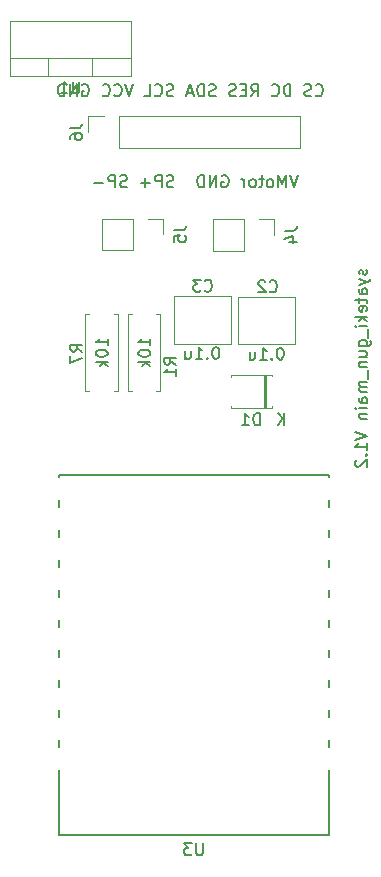
<source format=gbo>
G04 #@! TF.GenerationSoftware,KiCad,Pcbnew,(5.0.0)*
G04 #@! TF.CreationDate,2019-09-04T21:02:57+09:00*
G04 #@! TF.ProjectId,syateki_gun_main,73796174656B695F67756E5F6D61696E,rev?*
G04 #@! TF.SameCoordinates,Original*
G04 #@! TF.FileFunction,Legend,Bot*
G04 #@! TF.FilePolarity,Positive*
%FSLAX46Y46*%
G04 Gerber Fmt 4.6, Leading zero omitted, Abs format (unit mm)*
G04 Created by KiCad (PCBNEW (5.0.0)) date 09/04/19 21:02:57*
%MOMM*%
%LPD*%
G01*
G04 APERTURE LIST*
%ADD10C,0.150000*%
%ADD11C,0.120000*%
%ADD12C,1.924000*%
%ADD13C,3.600000*%
%ADD14C,2.000000*%
%ADD15O,2.000000X2.000000*%
%ADD16R,2.000000X2.000000*%
%ADD17C,1.800000*%
%ADD18R,2.400000X2.400000*%
%ADD19O,2.400000X2.400000*%
%ADD20R,3.400000X3.400000*%
%ADD21C,3.400000*%
%ADD22R,2.100000X2.100000*%
%ADD23O,2.100000X2.100000*%
%ADD24R,2.305000X2.400000*%
%ADD25O,2.305000X2.400000*%
%ADD26R,1.924000X1.924000*%
G04 APERTURE END LIST*
D10*
X58504761Y-86816666D02*
X58552380Y-86911904D01*
X58552380Y-87102380D01*
X58504761Y-87197619D01*
X58409523Y-87245238D01*
X58361904Y-87245238D01*
X58266666Y-87197619D01*
X58219047Y-87102380D01*
X58219047Y-86959523D01*
X58171428Y-86864285D01*
X58076190Y-86816666D01*
X58028571Y-86816666D01*
X57933333Y-86864285D01*
X57885714Y-86959523D01*
X57885714Y-87102380D01*
X57933333Y-87197619D01*
X57885714Y-87578571D02*
X58552380Y-87816666D01*
X57885714Y-88054761D02*
X58552380Y-87816666D01*
X58790476Y-87721428D01*
X58838095Y-87673809D01*
X58885714Y-87578571D01*
X58552380Y-88864285D02*
X58028571Y-88864285D01*
X57933333Y-88816666D01*
X57885714Y-88721428D01*
X57885714Y-88530952D01*
X57933333Y-88435714D01*
X58504761Y-88864285D02*
X58552380Y-88769047D01*
X58552380Y-88530952D01*
X58504761Y-88435714D01*
X58409523Y-88388095D01*
X58314285Y-88388095D01*
X58219047Y-88435714D01*
X58171428Y-88530952D01*
X58171428Y-88769047D01*
X58123809Y-88864285D01*
X57885714Y-89197619D02*
X57885714Y-89578571D01*
X57552380Y-89340476D02*
X58409523Y-89340476D01*
X58504761Y-89388095D01*
X58552380Y-89483333D01*
X58552380Y-89578571D01*
X58504761Y-90292857D02*
X58552380Y-90197619D01*
X58552380Y-90007142D01*
X58504761Y-89911904D01*
X58409523Y-89864285D01*
X58028571Y-89864285D01*
X57933333Y-89911904D01*
X57885714Y-90007142D01*
X57885714Y-90197619D01*
X57933333Y-90292857D01*
X58028571Y-90340476D01*
X58123809Y-90340476D01*
X58219047Y-89864285D01*
X58552380Y-90769047D02*
X57552380Y-90769047D01*
X58171428Y-90864285D02*
X58552380Y-91150000D01*
X57885714Y-91150000D02*
X58266666Y-90769047D01*
X58552380Y-91578571D02*
X57885714Y-91578571D01*
X57552380Y-91578571D02*
X57600000Y-91530952D01*
X57647619Y-91578571D01*
X57600000Y-91626190D01*
X57552380Y-91578571D01*
X57647619Y-91578571D01*
X58647619Y-91816666D02*
X58647619Y-92578571D01*
X57885714Y-93245238D02*
X58695238Y-93245238D01*
X58790476Y-93197619D01*
X58838095Y-93150000D01*
X58885714Y-93054761D01*
X58885714Y-92911904D01*
X58838095Y-92816666D01*
X58504761Y-93245238D02*
X58552380Y-93150000D01*
X58552380Y-92959523D01*
X58504761Y-92864285D01*
X58457142Y-92816666D01*
X58361904Y-92769047D01*
X58076190Y-92769047D01*
X57980952Y-92816666D01*
X57933333Y-92864285D01*
X57885714Y-92959523D01*
X57885714Y-93150000D01*
X57933333Y-93245238D01*
X57885714Y-94150000D02*
X58552380Y-94150000D01*
X57885714Y-93721428D02*
X58409523Y-93721428D01*
X58504761Y-93769047D01*
X58552380Y-93864285D01*
X58552380Y-94007142D01*
X58504761Y-94102380D01*
X58457142Y-94150000D01*
X57885714Y-94626190D02*
X58552380Y-94626190D01*
X57980952Y-94626190D02*
X57933333Y-94673809D01*
X57885714Y-94769047D01*
X57885714Y-94911904D01*
X57933333Y-95007142D01*
X58028571Y-95054761D01*
X58552380Y-95054761D01*
X58647619Y-95292857D02*
X58647619Y-96054761D01*
X58552380Y-96292857D02*
X57885714Y-96292857D01*
X57980952Y-96292857D02*
X57933333Y-96340476D01*
X57885714Y-96435714D01*
X57885714Y-96578571D01*
X57933333Y-96673809D01*
X58028571Y-96721428D01*
X58552380Y-96721428D01*
X58028571Y-96721428D02*
X57933333Y-96769047D01*
X57885714Y-96864285D01*
X57885714Y-97007142D01*
X57933333Y-97102380D01*
X58028571Y-97150000D01*
X58552380Y-97150000D01*
X58552380Y-98054761D02*
X58028571Y-98054761D01*
X57933333Y-98007142D01*
X57885714Y-97911904D01*
X57885714Y-97721428D01*
X57933333Y-97626190D01*
X58504761Y-98054761D02*
X58552380Y-97959523D01*
X58552380Y-97721428D01*
X58504761Y-97626190D01*
X58409523Y-97578571D01*
X58314285Y-97578571D01*
X58219047Y-97626190D01*
X58171428Y-97721428D01*
X58171428Y-97959523D01*
X58123809Y-98054761D01*
X58552380Y-98530952D02*
X57885714Y-98530952D01*
X57552380Y-98530952D02*
X57600000Y-98483333D01*
X57647619Y-98530952D01*
X57600000Y-98578571D01*
X57552380Y-98530952D01*
X57647619Y-98530952D01*
X57885714Y-99007142D02*
X58552380Y-99007142D01*
X57980952Y-99007142D02*
X57933333Y-99054761D01*
X57885714Y-99150000D01*
X57885714Y-99292857D01*
X57933333Y-99388095D01*
X58028571Y-99435714D01*
X58552380Y-99435714D01*
X57552380Y-100530952D02*
X58552380Y-100864285D01*
X57552380Y-101197619D01*
X58552380Y-102054761D02*
X58552380Y-101483333D01*
X58552380Y-101769047D02*
X57552380Y-101769047D01*
X57695238Y-101673809D01*
X57790476Y-101578571D01*
X57838095Y-101483333D01*
X58457142Y-102483333D02*
X58504761Y-102530952D01*
X58552380Y-102483333D01*
X58504761Y-102435714D01*
X58457142Y-102483333D01*
X58552380Y-102483333D01*
X57647619Y-102911904D02*
X57600000Y-102959523D01*
X57552380Y-103054761D01*
X57552380Y-103292857D01*
X57600000Y-103388095D01*
X57647619Y-103435714D01*
X57742857Y-103483333D01*
X57838095Y-103483333D01*
X57980952Y-103435714D01*
X58552380Y-102864285D01*
X58552380Y-103483333D01*
X42180952Y-79754761D02*
X42038095Y-79802380D01*
X41800000Y-79802380D01*
X41704761Y-79754761D01*
X41657142Y-79707142D01*
X41609523Y-79611904D01*
X41609523Y-79516666D01*
X41657142Y-79421428D01*
X41704761Y-79373809D01*
X41800000Y-79326190D01*
X41990476Y-79278571D01*
X42085714Y-79230952D01*
X42133333Y-79183333D01*
X42180952Y-79088095D01*
X42180952Y-78992857D01*
X42133333Y-78897619D01*
X42085714Y-78850000D01*
X41990476Y-78802380D01*
X41752380Y-78802380D01*
X41609523Y-78850000D01*
X41180952Y-79802380D02*
X41180952Y-78802380D01*
X40800000Y-78802380D01*
X40704761Y-78850000D01*
X40657142Y-78897619D01*
X40609523Y-78992857D01*
X40609523Y-79135714D01*
X40657142Y-79230952D01*
X40704761Y-79278571D01*
X40800000Y-79326190D01*
X41180952Y-79326190D01*
X40180952Y-79421428D02*
X39419047Y-79421428D01*
X39800000Y-79802380D02*
X39800000Y-79040476D01*
X38228571Y-79754761D02*
X38085714Y-79802380D01*
X37847619Y-79802380D01*
X37752380Y-79754761D01*
X37704761Y-79707142D01*
X37657142Y-79611904D01*
X37657142Y-79516666D01*
X37704761Y-79421428D01*
X37752380Y-79373809D01*
X37847619Y-79326190D01*
X38038095Y-79278571D01*
X38133333Y-79230952D01*
X38180952Y-79183333D01*
X38228571Y-79088095D01*
X38228571Y-78992857D01*
X38180952Y-78897619D01*
X38133333Y-78850000D01*
X38038095Y-78802380D01*
X37800000Y-78802380D01*
X37657142Y-78850000D01*
X37228571Y-79802380D02*
X37228571Y-78802380D01*
X36847619Y-78802380D01*
X36752380Y-78850000D01*
X36704761Y-78897619D01*
X36657142Y-78992857D01*
X36657142Y-79135714D01*
X36704761Y-79230952D01*
X36752380Y-79278571D01*
X36847619Y-79326190D01*
X37228571Y-79326190D01*
X36228571Y-79421428D02*
X35466666Y-79421428D01*
X52709523Y-78802380D02*
X52376190Y-79802380D01*
X52042857Y-78802380D01*
X51709523Y-79802380D02*
X51709523Y-78802380D01*
X51376190Y-79516666D01*
X51042857Y-78802380D01*
X51042857Y-79802380D01*
X50423809Y-79802380D02*
X50519047Y-79754761D01*
X50566666Y-79707142D01*
X50614285Y-79611904D01*
X50614285Y-79326190D01*
X50566666Y-79230952D01*
X50519047Y-79183333D01*
X50423809Y-79135714D01*
X50280952Y-79135714D01*
X50185714Y-79183333D01*
X50138095Y-79230952D01*
X50090476Y-79326190D01*
X50090476Y-79611904D01*
X50138095Y-79707142D01*
X50185714Y-79754761D01*
X50280952Y-79802380D01*
X50423809Y-79802380D01*
X49804761Y-79135714D02*
X49423809Y-79135714D01*
X49661904Y-78802380D02*
X49661904Y-79659523D01*
X49614285Y-79754761D01*
X49519047Y-79802380D01*
X49423809Y-79802380D01*
X48947619Y-79802380D02*
X49042857Y-79754761D01*
X49090476Y-79707142D01*
X49138095Y-79611904D01*
X49138095Y-79326190D01*
X49090476Y-79230952D01*
X49042857Y-79183333D01*
X48947619Y-79135714D01*
X48804761Y-79135714D01*
X48709523Y-79183333D01*
X48661904Y-79230952D01*
X48614285Y-79326190D01*
X48614285Y-79611904D01*
X48661904Y-79707142D01*
X48709523Y-79754761D01*
X48804761Y-79802380D01*
X48947619Y-79802380D01*
X48185714Y-79802380D02*
X48185714Y-79135714D01*
X48185714Y-79326190D02*
X48138095Y-79230952D01*
X48090476Y-79183333D01*
X47995238Y-79135714D01*
X47900000Y-79135714D01*
X46280952Y-78850000D02*
X46376190Y-78802380D01*
X46519047Y-78802380D01*
X46661904Y-78850000D01*
X46757142Y-78945238D01*
X46804761Y-79040476D01*
X46852380Y-79230952D01*
X46852380Y-79373809D01*
X46804761Y-79564285D01*
X46757142Y-79659523D01*
X46661904Y-79754761D01*
X46519047Y-79802380D01*
X46423809Y-79802380D01*
X46280952Y-79754761D01*
X46233333Y-79707142D01*
X46233333Y-79373809D01*
X46423809Y-79373809D01*
X45804761Y-79802380D02*
X45804761Y-78802380D01*
X45233333Y-79802380D01*
X45233333Y-78802380D01*
X44757142Y-79802380D02*
X44757142Y-78802380D01*
X44519047Y-78802380D01*
X44376190Y-78850000D01*
X44280952Y-78945238D01*
X44233333Y-79040476D01*
X44185714Y-79230952D01*
X44185714Y-79373809D01*
X44233333Y-79564285D01*
X44280952Y-79659523D01*
X44376190Y-79754761D01*
X44519047Y-79802380D01*
X44757142Y-79802380D01*
X54219047Y-72007142D02*
X54266666Y-72054761D01*
X54409523Y-72102380D01*
X54504761Y-72102380D01*
X54647619Y-72054761D01*
X54742857Y-71959523D01*
X54790476Y-71864285D01*
X54838095Y-71673809D01*
X54838095Y-71530952D01*
X54790476Y-71340476D01*
X54742857Y-71245238D01*
X54647619Y-71150000D01*
X54504761Y-71102380D01*
X54409523Y-71102380D01*
X54266666Y-71150000D01*
X54219047Y-71197619D01*
X53838095Y-72054761D02*
X53695238Y-72102380D01*
X53457142Y-72102380D01*
X53361904Y-72054761D01*
X53314285Y-72007142D01*
X53266666Y-71911904D01*
X53266666Y-71816666D01*
X53314285Y-71721428D01*
X53361904Y-71673809D01*
X53457142Y-71626190D01*
X53647619Y-71578571D01*
X53742857Y-71530952D01*
X53790476Y-71483333D01*
X53838095Y-71388095D01*
X53838095Y-71292857D01*
X53790476Y-71197619D01*
X53742857Y-71150000D01*
X53647619Y-71102380D01*
X53409523Y-71102380D01*
X53266666Y-71150000D01*
X52076190Y-72102380D02*
X52076190Y-71102380D01*
X51838095Y-71102380D01*
X51695238Y-71150000D01*
X51600000Y-71245238D01*
X51552380Y-71340476D01*
X51504761Y-71530952D01*
X51504761Y-71673809D01*
X51552380Y-71864285D01*
X51600000Y-71959523D01*
X51695238Y-72054761D01*
X51838095Y-72102380D01*
X52076190Y-72102380D01*
X50504761Y-72007142D02*
X50552380Y-72054761D01*
X50695238Y-72102380D01*
X50790476Y-72102380D01*
X50933333Y-72054761D01*
X51028571Y-71959523D01*
X51076190Y-71864285D01*
X51123809Y-71673809D01*
X51123809Y-71530952D01*
X51076190Y-71340476D01*
X51028571Y-71245238D01*
X50933333Y-71150000D01*
X50790476Y-71102380D01*
X50695238Y-71102380D01*
X50552380Y-71150000D01*
X50504761Y-71197619D01*
X48742857Y-72102380D02*
X49076190Y-71626190D01*
X49314285Y-72102380D02*
X49314285Y-71102380D01*
X48933333Y-71102380D01*
X48838095Y-71150000D01*
X48790476Y-71197619D01*
X48742857Y-71292857D01*
X48742857Y-71435714D01*
X48790476Y-71530952D01*
X48838095Y-71578571D01*
X48933333Y-71626190D01*
X49314285Y-71626190D01*
X48314285Y-71578571D02*
X47980952Y-71578571D01*
X47838095Y-72102380D02*
X48314285Y-72102380D01*
X48314285Y-71102380D01*
X47838095Y-71102380D01*
X47457142Y-72054761D02*
X47314285Y-72102380D01*
X47076190Y-72102380D01*
X46980952Y-72054761D01*
X46933333Y-72007142D01*
X46885714Y-71911904D01*
X46885714Y-71816666D01*
X46933333Y-71721428D01*
X46980952Y-71673809D01*
X47076190Y-71626190D01*
X47266666Y-71578571D01*
X47361904Y-71530952D01*
X47409523Y-71483333D01*
X47457142Y-71388095D01*
X47457142Y-71292857D01*
X47409523Y-71197619D01*
X47361904Y-71150000D01*
X47266666Y-71102380D01*
X47028571Y-71102380D01*
X46885714Y-71150000D01*
X45742857Y-72054761D02*
X45600000Y-72102380D01*
X45361904Y-72102380D01*
X45266666Y-72054761D01*
X45219047Y-72007142D01*
X45171428Y-71911904D01*
X45171428Y-71816666D01*
X45219047Y-71721428D01*
X45266666Y-71673809D01*
X45361904Y-71626190D01*
X45552380Y-71578571D01*
X45647619Y-71530952D01*
X45695238Y-71483333D01*
X45742857Y-71388095D01*
X45742857Y-71292857D01*
X45695238Y-71197619D01*
X45647619Y-71150000D01*
X45552380Y-71102380D01*
X45314285Y-71102380D01*
X45171428Y-71150000D01*
X44742857Y-72102380D02*
X44742857Y-71102380D01*
X44504761Y-71102380D01*
X44361904Y-71150000D01*
X44266666Y-71245238D01*
X44219047Y-71340476D01*
X44171428Y-71530952D01*
X44171428Y-71673809D01*
X44219047Y-71864285D01*
X44266666Y-71959523D01*
X44361904Y-72054761D01*
X44504761Y-72102380D01*
X44742857Y-72102380D01*
X43790476Y-71816666D02*
X43314285Y-71816666D01*
X43885714Y-72102380D02*
X43552380Y-71102380D01*
X43219047Y-72102380D01*
X42171428Y-72054761D02*
X42028571Y-72102380D01*
X41790476Y-72102380D01*
X41695238Y-72054761D01*
X41647619Y-72007142D01*
X41600000Y-71911904D01*
X41600000Y-71816666D01*
X41647619Y-71721428D01*
X41695238Y-71673809D01*
X41790476Y-71626190D01*
X41980952Y-71578571D01*
X42076190Y-71530952D01*
X42123809Y-71483333D01*
X42171428Y-71388095D01*
X42171428Y-71292857D01*
X42123809Y-71197619D01*
X42076190Y-71150000D01*
X41980952Y-71102380D01*
X41742857Y-71102380D01*
X41600000Y-71150000D01*
X40600000Y-72007142D02*
X40647619Y-72054761D01*
X40790476Y-72102380D01*
X40885714Y-72102380D01*
X41028571Y-72054761D01*
X41123809Y-71959523D01*
X41171428Y-71864285D01*
X41219047Y-71673809D01*
X41219047Y-71530952D01*
X41171428Y-71340476D01*
X41123809Y-71245238D01*
X41028571Y-71150000D01*
X40885714Y-71102380D01*
X40790476Y-71102380D01*
X40647619Y-71150000D01*
X40600000Y-71197619D01*
X39695238Y-72102380D02*
X40171428Y-72102380D01*
X40171428Y-71102380D01*
X38742857Y-71102380D02*
X38409523Y-72102380D01*
X38076190Y-71102380D01*
X37171428Y-72007142D02*
X37219047Y-72054761D01*
X37361904Y-72102380D01*
X37457142Y-72102380D01*
X37600000Y-72054761D01*
X37695238Y-71959523D01*
X37742857Y-71864285D01*
X37790476Y-71673809D01*
X37790476Y-71530952D01*
X37742857Y-71340476D01*
X37695238Y-71245238D01*
X37600000Y-71150000D01*
X37457142Y-71102380D01*
X37361904Y-71102380D01*
X37219047Y-71150000D01*
X37171428Y-71197619D01*
X36171428Y-72007142D02*
X36219047Y-72054761D01*
X36361904Y-72102380D01*
X36457142Y-72102380D01*
X36600000Y-72054761D01*
X36695238Y-71959523D01*
X36742857Y-71864285D01*
X36790476Y-71673809D01*
X36790476Y-71530952D01*
X36742857Y-71340476D01*
X36695238Y-71245238D01*
X36600000Y-71150000D01*
X36457142Y-71102380D01*
X36361904Y-71102380D01*
X36219047Y-71150000D01*
X36171428Y-71197619D01*
X34457142Y-71150000D02*
X34552380Y-71102380D01*
X34695238Y-71102380D01*
X34838095Y-71150000D01*
X34933333Y-71245238D01*
X34980952Y-71340476D01*
X35028571Y-71530952D01*
X35028571Y-71673809D01*
X34980952Y-71864285D01*
X34933333Y-71959523D01*
X34838095Y-72054761D01*
X34695238Y-72102380D01*
X34600000Y-72102380D01*
X34457142Y-72054761D01*
X34409523Y-72007142D01*
X34409523Y-71673809D01*
X34600000Y-71673809D01*
X33980952Y-72102380D02*
X33980952Y-71102380D01*
X33409523Y-72102380D01*
X33409523Y-71102380D01*
X32933333Y-72102380D02*
X32933333Y-71102380D01*
X32695238Y-71102380D01*
X32552380Y-71150000D01*
X32457142Y-71245238D01*
X32409523Y-71340476D01*
X32361904Y-71530952D01*
X32361904Y-71673809D01*
X32409523Y-71864285D01*
X32457142Y-71959523D01*
X32552380Y-72054761D01*
X32695238Y-72102380D01*
X32933333Y-72102380D01*
G04 #@! TO.C,U3*
X55330000Y-104170000D02*
X32470000Y-104170000D01*
X55330000Y-134650000D02*
X55330000Y-104170000D01*
X32470000Y-134650000D02*
X55330000Y-134650000D01*
X32470000Y-104170000D02*
X32470000Y-134650000D01*
D11*
G04 #@! TO.C,R1*
X38660000Y-90540000D02*
X38330000Y-90540000D01*
X38330000Y-90540000D02*
X38330000Y-97080000D01*
X38330000Y-97080000D02*
X38660000Y-97080000D01*
X40740000Y-90540000D02*
X41070000Y-90540000D01*
X41070000Y-90540000D02*
X41070000Y-97080000D01*
X41070000Y-97080000D02*
X40740000Y-97080000D01*
G04 #@! TO.C,C2*
X47630000Y-89080000D02*
X47630000Y-93120000D01*
X52470000Y-89080000D02*
X52470000Y-93120000D01*
X52470000Y-93120000D02*
X47630000Y-93120000D01*
X52470000Y-89080000D02*
X47630000Y-89080000D01*
G04 #@! TO.C,C3*
X47070000Y-89030000D02*
X42230000Y-89030000D01*
X47070000Y-93070000D02*
X42230000Y-93070000D01*
X47070000Y-89030000D02*
X47070000Y-93070000D01*
X42230000Y-89030000D02*
X42230000Y-93070000D01*
G04 #@! TO.C,D1*
X50530000Y-95860000D02*
X50530000Y-95680000D01*
X50530000Y-95680000D02*
X47090000Y-95680000D01*
X47090000Y-95680000D02*
X47090000Y-95860000D01*
X50530000Y-98340000D02*
X50530000Y-98520000D01*
X50530000Y-98520000D02*
X47090000Y-98520000D01*
X47090000Y-98520000D02*
X47090000Y-98340000D01*
X49930000Y-95680000D02*
X49930000Y-98520000D01*
X49810000Y-95680000D02*
X49810000Y-98520000D01*
X50050000Y-95680000D02*
X50050000Y-98520000D01*
G04 #@! TO.C,J4*
X48130000Y-85180000D02*
X48130000Y-82520000D01*
X48130000Y-85180000D02*
X45530000Y-85180000D01*
X45530000Y-85180000D02*
X45530000Y-82520000D01*
X48130000Y-82520000D02*
X45530000Y-82520000D01*
X50730000Y-82520000D02*
X49400000Y-82520000D01*
X50730000Y-83850000D02*
X50730000Y-82520000D01*
G04 #@! TO.C,U1*
X28320000Y-70420000D02*
X38560000Y-70420000D01*
X28320000Y-65779000D02*
X38560000Y-65779000D01*
X28320000Y-70420000D02*
X28320000Y-65779000D01*
X38560000Y-70420000D02*
X38560000Y-65779000D01*
X28320000Y-68910000D02*
X38560000Y-68910000D01*
X31590000Y-70420000D02*
X31590000Y-68910000D01*
X35291000Y-70420000D02*
X35291000Y-68910000D01*
G04 #@! TO.C,J5*
X38730000Y-85130000D02*
X38730000Y-82470000D01*
X38730000Y-85130000D02*
X36130000Y-85130000D01*
X36130000Y-85130000D02*
X36130000Y-82470000D01*
X38730000Y-82470000D02*
X36130000Y-82470000D01*
X41330000Y-82470000D02*
X40000000Y-82470000D01*
X41330000Y-83800000D02*
X41330000Y-82470000D01*
G04 #@! TO.C,R7*
X37470000Y-97080000D02*
X37140000Y-97080000D01*
X37470000Y-90540000D02*
X37470000Y-97080000D01*
X37140000Y-90540000D02*
X37470000Y-90540000D01*
X34730000Y-97080000D02*
X35060000Y-97080000D01*
X34730000Y-90540000D02*
X34730000Y-97080000D01*
X35060000Y-90540000D02*
X34730000Y-90540000D01*
G04 #@! TO.C,J6*
X52870000Y-73820000D02*
X52870000Y-76480000D01*
X37570000Y-73820000D02*
X52870000Y-73820000D01*
X37570000Y-76480000D02*
X52870000Y-76480000D01*
X37570000Y-73820000D02*
X37570000Y-76480000D01*
X36300000Y-73820000D02*
X34970000Y-73820000D01*
X34970000Y-73820000D02*
X34970000Y-75150000D01*
G04 #@! TO.C,U3*
D10*
X44661904Y-135372380D02*
X44661904Y-136181904D01*
X44614285Y-136277142D01*
X44566666Y-136324761D01*
X44471428Y-136372380D01*
X44280952Y-136372380D01*
X44185714Y-136324761D01*
X44138095Y-136277142D01*
X44090476Y-136181904D01*
X44090476Y-135372380D01*
X43709523Y-135372380D02*
X43090476Y-135372380D01*
X43423809Y-135753333D01*
X43280952Y-135753333D01*
X43185714Y-135800952D01*
X43138095Y-135848571D01*
X43090476Y-135943809D01*
X43090476Y-136181904D01*
X43138095Y-136277142D01*
X43185714Y-136324761D01*
X43280952Y-136372380D01*
X43566666Y-136372380D01*
X43661904Y-136324761D01*
X43709523Y-136277142D01*
G04 #@! TO.C,R1*
X42402380Y-94833333D02*
X41926190Y-94500000D01*
X42402380Y-94261904D02*
X41402380Y-94261904D01*
X41402380Y-94642857D01*
X41450000Y-94738095D01*
X41497619Y-94785714D01*
X41592857Y-94833333D01*
X41735714Y-94833333D01*
X41830952Y-94785714D01*
X41878571Y-94738095D01*
X41926190Y-94642857D01*
X41926190Y-94261904D01*
X42402380Y-95785714D02*
X42402380Y-95214285D01*
X42402380Y-95500000D02*
X41402380Y-95500000D01*
X41545238Y-95404761D01*
X41640476Y-95309523D01*
X41688095Y-95214285D01*
X40202380Y-93204761D02*
X40202380Y-92633333D01*
X40202380Y-92919047D02*
X39202380Y-92919047D01*
X39345238Y-92823809D01*
X39440476Y-92728571D01*
X39488095Y-92633333D01*
X39202380Y-93823809D02*
X39202380Y-93919047D01*
X39250000Y-94014285D01*
X39297619Y-94061904D01*
X39392857Y-94109523D01*
X39583333Y-94157142D01*
X39821428Y-94157142D01*
X40011904Y-94109523D01*
X40107142Y-94061904D01*
X40154761Y-94014285D01*
X40202380Y-93919047D01*
X40202380Y-93823809D01*
X40154761Y-93728571D01*
X40107142Y-93680952D01*
X40011904Y-93633333D01*
X39821428Y-93585714D01*
X39583333Y-93585714D01*
X39392857Y-93633333D01*
X39297619Y-93680952D01*
X39250000Y-93728571D01*
X39202380Y-93823809D01*
X40202380Y-94585714D02*
X39202380Y-94585714D01*
X39821428Y-94680952D02*
X40202380Y-94966666D01*
X39535714Y-94966666D02*
X39916666Y-94585714D01*
G04 #@! TO.C,C2*
X50316666Y-88607142D02*
X50364285Y-88654761D01*
X50507142Y-88702380D01*
X50602380Y-88702380D01*
X50745238Y-88654761D01*
X50840476Y-88559523D01*
X50888095Y-88464285D01*
X50935714Y-88273809D01*
X50935714Y-88130952D01*
X50888095Y-87940476D01*
X50840476Y-87845238D01*
X50745238Y-87750000D01*
X50602380Y-87702380D01*
X50507142Y-87702380D01*
X50364285Y-87750000D01*
X50316666Y-87797619D01*
X49935714Y-87797619D02*
X49888095Y-87750000D01*
X49792857Y-87702380D01*
X49554761Y-87702380D01*
X49459523Y-87750000D01*
X49411904Y-87797619D01*
X49364285Y-87892857D01*
X49364285Y-87988095D01*
X49411904Y-88130952D01*
X49983333Y-88702380D01*
X49364285Y-88702380D01*
X51264285Y-93402380D02*
X51169047Y-93402380D01*
X51073809Y-93450000D01*
X51026190Y-93497619D01*
X50978571Y-93592857D01*
X50930952Y-93783333D01*
X50930952Y-94021428D01*
X50978571Y-94211904D01*
X51026190Y-94307142D01*
X51073809Y-94354761D01*
X51169047Y-94402380D01*
X51264285Y-94402380D01*
X51359523Y-94354761D01*
X51407142Y-94307142D01*
X51454761Y-94211904D01*
X51502380Y-94021428D01*
X51502380Y-93783333D01*
X51454761Y-93592857D01*
X51407142Y-93497619D01*
X51359523Y-93450000D01*
X51264285Y-93402380D01*
X50502380Y-94307142D02*
X50454761Y-94354761D01*
X50502380Y-94402380D01*
X50550000Y-94354761D01*
X50502380Y-94307142D01*
X50502380Y-94402380D01*
X49502380Y-94402380D02*
X50073809Y-94402380D01*
X49788095Y-94402380D02*
X49788095Y-93402380D01*
X49883333Y-93545238D01*
X49978571Y-93640476D01*
X50073809Y-93688095D01*
X48645238Y-93735714D02*
X48645238Y-94402380D01*
X49073809Y-93735714D02*
X49073809Y-94259523D01*
X49026190Y-94354761D01*
X48930952Y-94402380D01*
X48788095Y-94402380D01*
X48692857Y-94354761D01*
X48645238Y-94307142D01*
G04 #@! TO.C,C3*
X44816666Y-88557142D02*
X44864285Y-88604761D01*
X45007142Y-88652380D01*
X45102380Y-88652380D01*
X45245238Y-88604761D01*
X45340476Y-88509523D01*
X45388095Y-88414285D01*
X45435714Y-88223809D01*
X45435714Y-88080952D01*
X45388095Y-87890476D01*
X45340476Y-87795238D01*
X45245238Y-87700000D01*
X45102380Y-87652380D01*
X45007142Y-87652380D01*
X44864285Y-87700000D01*
X44816666Y-87747619D01*
X44483333Y-87652380D02*
X43864285Y-87652380D01*
X44197619Y-88033333D01*
X44054761Y-88033333D01*
X43959523Y-88080952D01*
X43911904Y-88128571D01*
X43864285Y-88223809D01*
X43864285Y-88461904D01*
X43911904Y-88557142D01*
X43959523Y-88604761D01*
X44054761Y-88652380D01*
X44340476Y-88652380D01*
X44435714Y-88604761D01*
X44483333Y-88557142D01*
X45814285Y-93352380D02*
X45719047Y-93352380D01*
X45623809Y-93400000D01*
X45576190Y-93447619D01*
X45528571Y-93542857D01*
X45480952Y-93733333D01*
X45480952Y-93971428D01*
X45528571Y-94161904D01*
X45576190Y-94257142D01*
X45623809Y-94304761D01*
X45719047Y-94352380D01*
X45814285Y-94352380D01*
X45909523Y-94304761D01*
X45957142Y-94257142D01*
X46004761Y-94161904D01*
X46052380Y-93971428D01*
X46052380Y-93733333D01*
X46004761Y-93542857D01*
X45957142Y-93447619D01*
X45909523Y-93400000D01*
X45814285Y-93352380D01*
X45052380Y-94257142D02*
X45004761Y-94304761D01*
X45052380Y-94352380D01*
X45100000Y-94304761D01*
X45052380Y-94257142D01*
X45052380Y-94352380D01*
X44052380Y-94352380D02*
X44623809Y-94352380D01*
X44338095Y-94352380D02*
X44338095Y-93352380D01*
X44433333Y-93495238D01*
X44528571Y-93590476D01*
X44623809Y-93638095D01*
X43195238Y-93685714D02*
X43195238Y-94352380D01*
X43623809Y-93685714D02*
X43623809Y-94209523D01*
X43576190Y-94304761D01*
X43480952Y-94352380D01*
X43338095Y-94352380D01*
X43242857Y-94304761D01*
X43195238Y-94257142D01*
G04 #@! TO.C,D1*
X49488095Y-99952380D02*
X49488095Y-98952380D01*
X49250000Y-98952380D01*
X49107142Y-99000000D01*
X49011904Y-99095238D01*
X48964285Y-99190476D01*
X48916666Y-99380952D01*
X48916666Y-99523809D01*
X48964285Y-99714285D01*
X49011904Y-99809523D01*
X49107142Y-99904761D01*
X49250000Y-99952380D01*
X49488095Y-99952380D01*
X47964285Y-99952380D02*
X48535714Y-99952380D01*
X48250000Y-99952380D02*
X48250000Y-98952380D01*
X48345238Y-99095238D01*
X48440476Y-99190476D01*
X48535714Y-99238095D01*
X51561904Y-99952380D02*
X51561904Y-98952380D01*
X50990476Y-99952380D02*
X51419047Y-99380952D01*
X50990476Y-98952380D02*
X51561904Y-99523809D01*
G04 #@! TO.C,J4*
X51622380Y-83516666D02*
X52336666Y-83516666D01*
X52479523Y-83469047D01*
X52574761Y-83373809D01*
X52622380Y-83230952D01*
X52622380Y-83135714D01*
X51955714Y-84421428D02*
X52622380Y-84421428D01*
X51574761Y-84183333D02*
X52289047Y-83945238D01*
X52289047Y-84564285D01*
G04 #@! TO.C,U1*
X34201904Y-70872380D02*
X34201904Y-71681904D01*
X34154285Y-71777142D01*
X34106666Y-71824761D01*
X34011428Y-71872380D01*
X33820952Y-71872380D01*
X33725714Y-71824761D01*
X33678095Y-71777142D01*
X33630476Y-71681904D01*
X33630476Y-70872380D01*
X32630476Y-71872380D02*
X33201904Y-71872380D01*
X32916190Y-71872380D02*
X32916190Y-70872380D01*
X33011428Y-71015238D01*
X33106666Y-71110476D01*
X33201904Y-71158095D01*
G04 #@! TO.C,J5*
X42222380Y-83466666D02*
X42936666Y-83466666D01*
X43079523Y-83419047D01*
X43174761Y-83323809D01*
X43222380Y-83180952D01*
X43222380Y-83085714D01*
X42222380Y-84419047D02*
X42222380Y-83942857D01*
X42698571Y-83895238D01*
X42650952Y-83942857D01*
X42603333Y-84038095D01*
X42603333Y-84276190D01*
X42650952Y-84371428D01*
X42698571Y-84419047D01*
X42793809Y-84466666D01*
X43031904Y-84466666D01*
X43127142Y-84419047D01*
X43174761Y-84371428D01*
X43222380Y-84276190D01*
X43222380Y-84038095D01*
X43174761Y-83942857D01*
X43127142Y-83895238D01*
G04 #@! TO.C,R7*
X34452380Y-93733333D02*
X33976190Y-93400000D01*
X34452380Y-93161904D02*
X33452380Y-93161904D01*
X33452380Y-93542857D01*
X33500000Y-93638095D01*
X33547619Y-93685714D01*
X33642857Y-93733333D01*
X33785714Y-93733333D01*
X33880952Y-93685714D01*
X33928571Y-93638095D01*
X33976190Y-93542857D01*
X33976190Y-93161904D01*
X33452380Y-94066666D02*
X33452380Y-94733333D01*
X34452380Y-94304761D01*
X36602380Y-93204761D02*
X36602380Y-92633333D01*
X36602380Y-92919047D02*
X35602380Y-92919047D01*
X35745238Y-92823809D01*
X35840476Y-92728571D01*
X35888095Y-92633333D01*
X35602380Y-93823809D02*
X35602380Y-93919047D01*
X35650000Y-94014285D01*
X35697619Y-94061904D01*
X35792857Y-94109523D01*
X35983333Y-94157142D01*
X36221428Y-94157142D01*
X36411904Y-94109523D01*
X36507142Y-94061904D01*
X36554761Y-94014285D01*
X36602380Y-93919047D01*
X36602380Y-93823809D01*
X36554761Y-93728571D01*
X36507142Y-93680952D01*
X36411904Y-93633333D01*
X36221428Y-93585714D01*
X35983333Y-93585714D01*
X35792857Y-93633333D01*
X35697619Y-93680952D01*
X35650000Y-93728571D01*
X35602380Y-93823809D01*
X36602380Y-94585714D02*
X35602380Y-94585714D01*
X36221428Y-94680952D02*
X36602380Y-94966666D01*
X35935714Y-94966666D02*
X36316666Y-94585714D01*
G04 #@! TO.C,J6*
X33422380Y-74816666D02*
X34136666Y-74816666D01*
X34279523Y-74769047D01*
X34374761Y-74673809D01*
X34422380Y-74530952D01*
X34422380Y-74435714D01*
X33422380Y-75721428D02*
X33422380Y-75530952D01*
X33470000Y-75435714D01*
X33517619Y-75388095D01*
X33660476Y-75292857D01*
X33850952Y-75245238D01*
X34231904Y-75245238D01*
X34327142Y-75292857D01*
X34374761Y-75340476D01*
X34422380Y-75435714D01*
X34422380Y-75626190D01*
X34374761Y-75721428D01*
X34327142Y-75769047D01*
X34231904Y-75816666D01*
X33993809Y-75816666D01*
X33898571Y-75769047D01*
X33850952Y-75721428D01*
X33803333Y-75626190D01*
X33803333Y-75435714D01*
X33850952Y-75340476D01*
X33898571Y-75292857D01*
X33993809Y-75245238D01*
G04 #@! TD*
%LPC*%
D12*
G04 #@! TO.C,U3*
X52790000Y-127030000D03*
X52790000Y-124490000D03*
X52790000Y-121950000D03*
X52790000Y-119410000D03*
X52790000Y-116870000D03*
X35010000Y-116870000D03*
X35010000Y-119410000D03*
X35010000Y-121950000D03*
X35010000Y-124490000D03*
X35010000Y-127030000D03*
G04 #@! TD*
G04 #@! TO.C,U2*
X55180000Y-79970000D03*
X55180000Y-82510000D03*
X55180000Y-85050000D03*
X55180000Y-87590000D03*
X55180000Y-90130000D03*
X55180000Y-92670000D03*
X55180000Y-95210000D03*
X55180000Y-97750000D03*
X55180000Y-100290000D03*
X55180000Y-102830000D03*
X55180000Y-105370000D03*
X55180000Y-107910000D03*
X55180000Y-110450000D03*
X55180000Y-112990000D03*
X55180000Y-115530000D03*
X55180000Y-118070000D03*
X55180000Y-120610000D03*
X55180000Y-123150000D03*
X55180000Y-125690000D03*
X55180000Y-128230000D03*
X32320000Y-79970000D03*
X32320000Y-82510000D03*
X32320000Y-85050000D03*
X32320000Y-87590000D03*
X32320000Y-90130000D03*
X32320000Y-92670000D03*
X32320000Y-95210000D03*
X32320000Y-97750000D03*
X32320000Y-100290000D03*
X32320000Y-102830000D03*
X32320000Y-105370000D03*
X32320000Y-107910000D03*
X32320000Y-110450000D03*
X32320000Y-112990000D03*
X32320000Y-115530000D03*
X32320000Y-118070000D03*
X32320000Y-120610000D03*
X32320000Y-123150000D03*
X32320000Y-125690000D03*
X32320000Y-128230000D03*
G04 #@! TD*
D13*
G04 #@! TO.C,hole4*
X55200000Y-138500000D03*
G04 #@! TD*
G04 #@! TO.C,hole3*
X32000000Y-138500000D03*
G04 #@! TD*
G04 #@! TO.C,hole2*
X55200000Y-48500000D03*
G04 #@! TD*
D14*
G04 #@! TO.C,R1*
X39700000Y-90000000D03*
D15*
X39700000Y-97620000D03*
G04 #@! TD*
D14*
G04 #@! TO.C,C1*
X31400000Y-62550000D03*
D16*
X29400000Y-62550000D03*
G04 #@! TD*
D17*
G04 #@! TO.C,C2*
X48800000Y-91100000D03*
X51300000Y-91100000D03*
G04 #@! TD*
G04 #@! TO.C,C3*
X45900000Y-91050000D03*
X43400000Y-91050000D03*
G04 #@! TD*
D16*
G04 #@! TO.C,C4*
X35150000Y-62550000D03*
D14*
X37150000Y-62550000D03*
G04 #@! TD*
D18*
G04 #@! TO.C,D1*
X51350000Y-97100000D03*
D19*
X46270000Y-97100000D03*
G04 #@! TD*
D20*
G04 #@! TO.C,J1*
X46100000Y-48550000D03*
D21*
X41020000Y-48550000D03*
G04 #@! TD*
D22*
G04 #@! TO.C,J2*
X38900000Y-56850000D03*
D23*
X36360000Y-56850000D03*
X33820000Y-56850000D03*
G04 #@! TD*
D22*
G04 #@! TO.C,J3*
X52850000Y-56850000D03*
D23*
X50310000Y-56850000D03*
X47770000Y-56850000D03*
G04 #@! TD*
D22*
G04 #@! TO.C,J4*
X49400000Y-83850000D03*
D23*
X46860000Y-83850000D03*
G04 #@! TD*
D24*
G04 #@! TO.C,U1*
X30900000Y-67150000D03*
D25*
X33440000Y-67150000D03*
X35980000Y-67150000D03*
G04 #@! TD*
D22*
G04 #@! TO.C,SW1*
X40950000Y-139150000D03*
D23*
X43490000Y-139150000D03*
X46030000Y-139150000D03*
G04 #@! TD*
D22*
G04 #@! TO.C,J5*
X40000000Y-83800000D03*
D23*
X37460000Y-83800000D03*
G04 #@! TD*
D15*
G04 #@! TO.C,R4*
X50900000Y-61630000D03*
D14*
X50900000Y-69250000D03*
G04 #@! TD*
G04 #@! TO.C,R5*
X53900000Y-69250000D03*
D15*
X53900000Y-61630000D03*
G04 #@! TD*
D14*
G04 #@! TO.C,R6*
X56900000Y-69250000D03*
D15*
X56900000Y-61630000D03*
G04 #@! TD*
G04 #@! TO.C,R7*
X36100000Y-97620000D03*
D14*
X36100000Y-90000000D03*
G04 #@! TD*
D12*
G04 #@! TO.C,SW2*
X48190000Y-62810000D03*
D26*
X48190000Y-67890000D03*
D12*
X40570000Y-62810000D03*
X40570000Y-67890000D03*
X40570000Y-65350000D03*
G04 #@! TD*
D22*
G04 #@! TO.C,J6*
X36300000Y-75150000D03*
D23*
X38840000Y-75150000D03*
X41380000Y-75150000D03*
X43920000Y-75150000D03*
X46460000Y-75150000D03*
X49000000Y-75150000D03*
X51540000Y-75150000D03*
G04 #@! TD*
D13*
G04 #@! TO.C,hole1*
X32000000Y-48500000D03*
G04 #@! TD*
M02*

</source>
